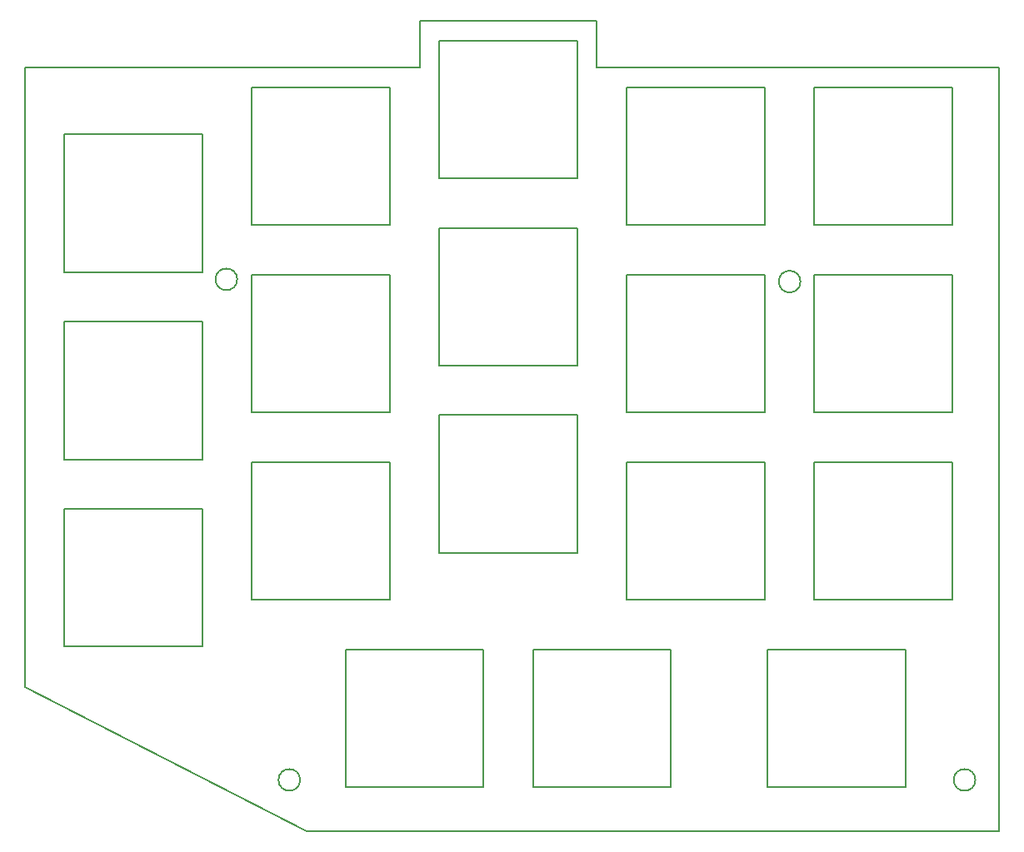
<source format=gbr>
G04 #@! TF.GenerationSoftware,KiCad,Pcbnew,(5.1.6-0-10_14)*
G04 #@! TF.CreationDate,2022-08-20T09:16:16+09:00*
G04 #@! TF.ProjectId,cool536,636f6f6c-3533-4362-9e6b-696361645f70,rev?*
G04 #@! TF.SameCoordinates,Original*
G04 #@! TF.FileFunction,Profile,NP*
%FSLAX46Y46*%
G04 Gerber Fmt 4.6, Leading zero omitted, Abs format (unit mm)*
G04 Created by KiCad (PCBNEW (5.1.6-0-10_14)) date 2022-08-20 09:16:16*
%MOMM*%
%LPD*%
G01*
G04 APERTURE LIST*
G04 #@! TA.AperFunction,Profile*
%ADD10C,0.150000*%
G04 #@! TD*
G04 APERTURE END LIST*
D10*
X105340000Y-268590000D02*
X119340000Y-268590000D01*
X51450000Y-216960000D02*
G75*
G03*
X51450000Y-216960000I-1100000J0D01*
G01*
X47900000Y-216210000D02*
X47900000Y-202210000D01*
X87990000Y-190680000D02*
X87990000Y-195430000D01*
X72000000Y-192680000D02*
X72000000Y-206680000D01*
X91050000Y-197440000D02*
X91050000Y-211440000D01*
X66950000Y-211430000D02*
X66950000Y-197430000D01*
X91050000Y-211440000D02*
X105050000Y-211440000D01*
X52950000Y-211430000D02*
X66950000Y-211430000D01*
X66950000Y-197430000D02*
X52950000Y-197430000D01*
X105340000Y-254590000D02*
X105340000Y-268590000D01*
X119340000Y-268590000D02*
X119340000Y-254590000D01*
X108690000Y-217190000D02*
G75*
G03*
X108690000Y-217190000I-1100000J0D01*
G01*
X70010000Y-195420000D02*
X29900000Y-195420000D01*
X126460000Y-267850000D02*
G75*
G03*
X126460000Y-267850000I-1100000J0D01*
G01*
X119340000Y-254590000D02*
X105340000Y-254590000D01*
X105050000Y-197440000D02*
X91050000Y-197440000D01*
X87990000Y-195430000D02*
X128850000Y-195430000D01*
X47900000Y-240300000D02*
X33900000Y-240300000D01*
X110100000Y-235530000D02*
X110100000Y-249530000D01*
X124100000Y-235530000D02*
X110100000Y-235530000D01*
X52950000Y-235520000D02*
X52950000Y-249520000D01*
X110100000Y-249530000D02*
X124100000Y-249530000D01*
X95520000Y-268590000D02*
X95520000Y-254590000D01*
X105050000Y-249530000D02*
X105050000Y-235530000D01*
X105050000Y-235530000D02*
X91050000Y-235530000D01*
X86000000Y-230770000D02*
X72000000Y-230770000D01*
X72000000Y-230770000D02*
X72000000Y-244770000D01*
X91050000Y-235530000D02*
X91050000Y-249530000D01*
X57850000Y-267850000D02*
G75*
G03*
X57850000Y-267850000I-1100000J0D01*
G01*
X66950000Y-249520000D02*
X66950000Y-235520000D01*
X91050000Y-249530000D02*
X105050000Y-249530000D01*
X124100000Y-249530000D02*
X124100000Y-235530000D01*
X72000000Y-211730000D02*
X72000000Y-225730000D01*
X91050000Y-216490000D02*
X91050000Y-230490000D01*
X66950000Y-230480000D02*
X66950000Y-216480000D01*
X91050000Y-230490000D02*
X105050000Y-230490000D01*
X124100000Y-230490000D02*
X124100000Y-216490000D01*
X47900000Y-221260000D02*
X33900000Y-221260000D01*
X110100000Y-216490000D02*
X110100000Y-230490000D01*
X124100000Y-216490000D02*
X110100000Y-216490000D01*
X52950000Y-216480000D02*
X52950000Y-230480000D01*
X110100000Y-230490000D02*
X124100000Y-230490000D01*
X128850000Y-195430000D02*
X128850000Y-273040000D01*
X29900000Y-258420000D02*
X29900000Y-195420000D01*
X58470000Y-273040000D02*
X29900000Y-258420000D01*
X128850000Y-273040000D02*
X58470000Y-273040000D01*
X52950000Y-197430000D02*
X52950000Y-211430000D01*
X62470000Y-254590000D02*
X62470000Y-268590000D01*
X62470000Y-268590000D02*
X76470000Y-268590000D01*
X76470000Y-254590000D02*
X62470000Y-254590000D01*
X76470000Y-268590000D02*
X76470000Y-254590000D01*
X70010000Y-190680000D02*
X87990000Y-190680000D01*
X81520000Y-254590000D02*
X81520000Y-268590000D01*
X81520000Y-268590000D02*
X95520000Y-268590000D01*
X95520000Y-254590000D02*
X81520000Y-254590000D01*
X72000000Y-244770000D02*
X86000000Y-244770000D01*
X47900000Y-202210000D02*
X33900000Y-202210000D01*
X86000000Y-225730000D02*
X86000000Y-211730000D01*
X72000000Y-225730000D02*
X86000000Y-225730000D01*
X52950000Y-230480000D02*
X66950000Y-230480000D01*
X66950000Y-216480000D02*
X52950000Y-216480000D01*
X47900000Y-235260000D02*
X47900000Y-221260000D01*
X33900000Y-221260000D02*
X33900000Y-235260000D01*
X33900000Y-235260000D02*
X47900000Y-235260000D01*
X105050000Y-230490000D02*
X105050000Y-216490000D01*
X105050000Y-216490000D02*
X91050000Y-216490000D01*
X86000000Y-244770000D02*
X86000000Y-230770000D01*
X110100000Y-197440000D02*
X110100000Y-211440000D01*
X124100000Y-197440000D02*
X110100000Y-197440000D01*
X124100000Y-211440000D02*
X124100000Y-197440000D01*
X110100000Y-211440000D02*
X124100000Y-211440000D01*
X86000000Y-211730000D02*
X72000000Y-211730000D01*
X105050000Y-211440000D02*
X105050000Y-197440000D01*
X86000000Y-206680000D02*
X86000000Y-192680000D01*
X72000000Y-206680000D02*
X86000000Y-206680000D01*
X86000000Y-192680000D02*
X72000000Y-192680000D01*
X33900000Y-202210000D02*
X33900000Y-216210000D01*
X70010000Y-195420000D02*
X70010000Y-190680000D01*
X52950000Y-249520000D02*
X66950000Y-249520000D01*
X66950000Y-235520000D02*
X52950000Y-235520000D01*
X47900000Y-254300000D02*
X47900000Y-240300000D01*
X33900000Y-240300000D02*
X33900000Y-254300000D01*
X33900000Y-254300000D02*
X47900000Y-254300000D01*
X33900000Y-216210000D02*
X47900000Y-216210000D01*
M02*

</source>
